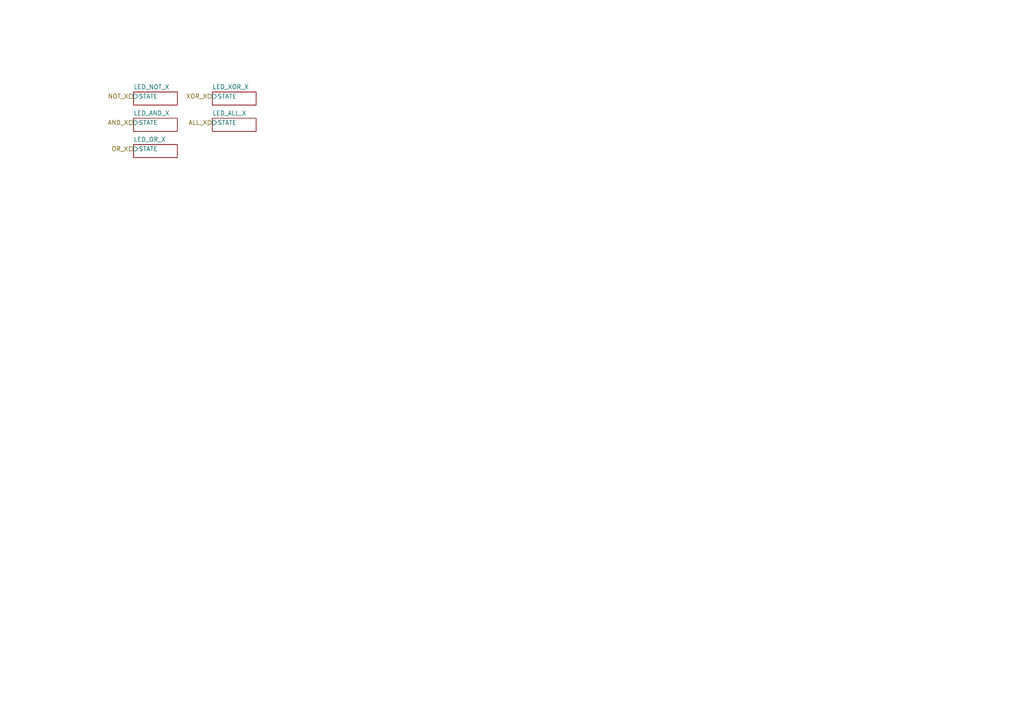
<source format=kicad_sch>
(kicad_sch (version 20211123) (generator eeschema)
  (paper "A4")
  (lib_symbols)
  (hierarchical_label "OR_X" (shape input) (at 38.735 43.18 180))
  (hierarchical_label "ALL_X" (shape input) (at 61.595 35.56 180))
  (hierarchical_label "NOT_X" (shape input) (at 38.735 27.94 180))
  (hierarchical_label "AND_X" (shape input) (at 38.735 35.56 180))
  (hierarchical_label "XOR_X" (shape input) (at 61.595 27.94 180))
  (sheet (at 38.735 26.67) (size 12.7 3.81) (stroke (width 0.1524))
    (property "Sheet name" "LED_NOT_X" (at 38.735 25.9584 0) (effects (justify left bottom)))
    (property "Sheet file" "state_led.kicad_sch" (effects hide))
    (pin "STATE" input (at 38.735 27.94 180))
  )
  (sheet (at 38.735 34.29) (size 12.7 3.81) (stroke (width 0.1524))
    (property "Sheet name" "LED_AND_X" (at 38.735 33.5784 0) (effects (justify left bottom)))
    (property "Sheet file" "state_led.kicad_sch" (effects hide))
    (pin "STATE" input (at 38.735 35.56 180))
  )
  (sheet (at 61.595 26.67) (size 12.7 3.81) (stroke (width 0.1524))
    (property "Sheet name" "LED_XOR_X" (at 61.595 25.9584 0) (effects (justify left bottom)))
    (property "Sheet file" "state_led.kicad_sch" (effects hide))
    (pin "STATE" input (at 61.595 27.94 180))
  )
  (sheet (at 38.735 41.91) (size 12.7 3.81) (stroke (width 0.1524))
    (property "Sheet name" "LED_OR_X" (at 38.735 41.1984 0) (effects (justify left bottom)))
    (property "Sheet file" "state_led.kicad_sch" (effects hide))
    (pin "STATE" input (at 38.735 43.18 180))
  )
  (sheet (at 61.595 34.29) (size 12.7 3.81) (stroke (width 0.1524))
    (property "Sheet name" "LED_ALL_X" (at 61.595 33.5784 0) (effects (justify left bottom)))
    (property "Sheet file" "state_led.kicad_sch" (effects hide))
    (pin "STATE" input (at 61.595 35.56 180))
  )
)
</source>
